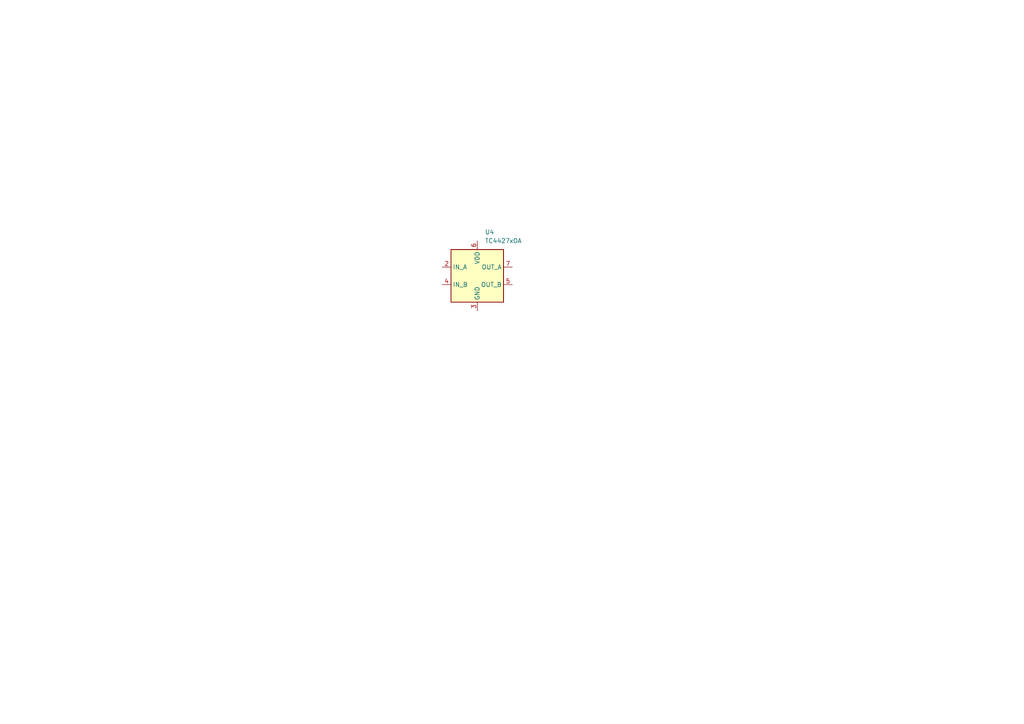
<source format=kicad_sch>
(kicad_sch (version 20231120) (generator "eeschema") (generator_version "8.0")
  (paper "A4")
  (lib_symbols
    (symbol "Driver_FET:TC4427xOA"
      (property "Reference" "U" (at -7.62 8.89 0))
      (property "Value" "TC4427xOA" (at 1.27 8.89 0))
      (symbol "TC4427xOA_0_1"
        (rectangle (start -7.62 -7.62) (end 7.62 7.62) (stroke (width 0.254)) (fill (type background)))
      )
      (symbol "TC4427xOA_1_1"
        (pin no_connect line (at -7.62 0 0) (length 2.54) hide (name "NC") (number "1"))
        (pin input line (at -10.16 2.54 0) (length 2.54) (name "IN_A") (number "2"))
        (pin power_in line (at 0 -10.16 90) (length 2.54) (name "GND") (number "3"))
        (pin input line (at -10.16 -2.54 0) (length 2.54) (name "IN_B") (number "4"))
        (pin output line (at 10.16 -2.54 180) (length 2.54) (name "OUT_B") (number "5"))
        (pin power_in line (at 0 10.16 270) (length 2.54) (name "VDD") (number "6"))
        (pin output line (at 10.16 2.54 180) (length 2.54) (name "OUT_A") (number "7"))
        (pin no_connect line (at 7.62 0 180) (length 2.54) hide (name "NC") (number "8"))
      )
    )
  )
  (symbol (lib_id "Driver_FET:TC4427xOA") (at 138.43 80.01 0) (unit 1)
    (property "Reference" "U4" (at 140.6241 67.31 0) (effects (justify left)))
    (property "Value" "TC4427xOA" (at 140.6241 69.85 0) (effects (justify left)))
    (property "Footprint" "Package_SO:SOIC-8_3.9x4.9mm_P1.27mm" (effects (hide yes)))
    (property "Datasheet" "https://ww1.microchip.com/downloads/en/DeviceDoc/20001422G.pdf" (effects (hide yes)))
    (property "Description" "1.5A Dual High-Speed Power MOSFET Drivers, 4.5...18V supply, TTL/CMOS compatible inputs, non-inverting drivers, SOIC-8" (effects (hide yes)))
  )
)
</source>
